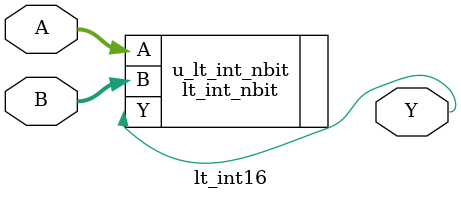
<source format=v>

module lt_int16 #(
    parameter WIDTH = 16
)(
    input [WIDTH-1:0] A,
    input [WIDTH-1:0] B,
    output Y
);

    lt_int_nbit #(
        .WIDTH(WIDTH)
    ) u_lt_int_nbit (
        .A(A),
        .B(B),
        .Y(Y)
    );

endmodule
</source>
